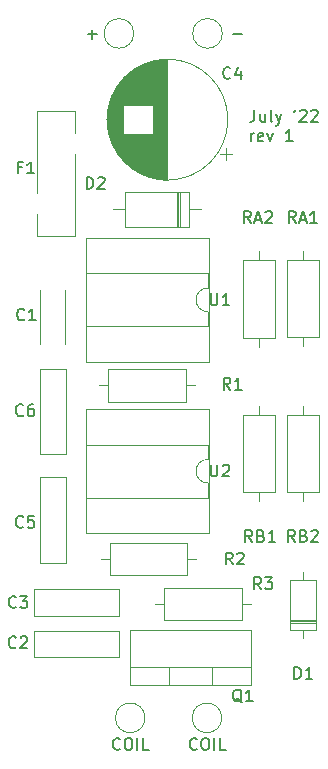
<source format=gbr>
G04 #@! TF.GenerationSoftware,KiCad,Pcbnew,(5.1.5)-3*
G04 #@! TF.CreationDate,2022-07-19T15:35:49+02:00*
G04 #@! TF.ProjectId,Wireless LEDs,57697265-6c65-4737-9320-4c4544732e6b,rev?*
G04 #@! TF.SameCoordinates,Original*
G04 #@! TF.FileFunction,Legend,Top*
G04 #@! TF.FilePolarity,Positive*
%FSLAX46Y46*%
G04 Gerber Fmt 4.6, Leading zero omitted, Abs format (unit mm)*
G04 Created by KiCad (PCBNEW (5.1.5)-3) date 2022-07-19 15:35:49*
%MOMM*%
%LPD*%
G04 APERTURE LIST*
%ADD10C,0.150000*%
%ADD11C,0.120000*%
G04 APERTURE END LIST*
D10*
X48871309Y-25577380D02*
X48871309Y-26291666D01*
X48823690Y-26434523D01*
X48728452Y-26529761D01*
X48585595Y-26577380D01*
X48490357Y-26577380D01*
X49776071Y-25910714D02*
X49776071Y-26577380D01*
X49347500Y-25910714D02*
X49347500Y-26434523D01*
X49395119Y-26529761D01*
X49490357Y-26577380D01*
X49633214Y-26577380D01*
X49728452Y-26529761D01*
X49776071Y-26482142D01*
X50395119Y-26577380D02*
X50299880Y-26529761D01*
X50252261Y-26434523D01*
X50252261Y-25577380D01*
X50680833Y-25910714D02*
X50918928Y-26577380D01*
X51157023Y-25910714D02*
X50918928Y-26577380D01*
X50823690Y-26815476D01*
X50776071Y-26863095D01*
X50680833Y-26910714D01*
X52347500Y-25577380D02*
X52252261Y-25767857D01*
X52728452Y-25672619D02*
X52776071Y-25625000D01*
X52871309Y-25577380D01*
X53109404Y-25577380D01*
X53204642Y-25625000D01*
X53252261Y-25672619D01*
X53299880Y-25767857D01*
X53299880Y-25863095D01*
X53252261Y-26005952D01*
X52680833Y-26577380D01*
X53299880Y-26577380D01*
X53680833Y-25672619D02*
X53728452Y-25625000D01*
X53823690Y-25577380D01*
X54061785Y-25577380D01*
X54157023Y-25625000D01*
X54204642Y-25672619D01*
X54252261Y-25767857D01*
X54252261Y-25863095D01*
X54204642Y-26005952D01*
X53633214Y-26577380D01*
X54252261Y-26577380D01*
X48585595Y-28227380D02*
X48585595Y-27560714D01*
X48585595Y-27751190D02*
X48633214Y-27655952D01*
X48680833Y-27608333D01*
X48776071Y-27560714D01*
X48871309Y-27560714D01*
X49585595Y-28179761D02*
X49490357Y-28227380D01*
X49299880Y-28227380D01*
X49204642Y-28179761D01*
X49157023Y-28084523D01*
X49157023Y-27703571D01*
X49204642Y-27608333D01*
X49299880Y-27560714D01*
X49490357Y-27560714D01*
X49585595Y-27608333D01*
X49633214Y-27703571D01*
X49633214Y-27798809D01*
X49157023Y-27894047D01*
X49966547Y-27560714D02*
X50204642Y-28227380D01*
X50442738Y-27560714D01*
X52109404Y-28227380D02*
X51537976Y-28227380D01*
X51823690Y-28227380D02*
X51823690Y-27227380D01*
X51728452Y-27370238D01*
X51633214Y-27465476D01*
X51537976Y-27513095D01*
D11*
X30500000Y-25650000D02*
X33700000Y-25650000D01*
X30500000Y-36251000D02*
X33700000Y-36251000D01*
X33700000Y-27521000D02*
X33700000Y-25650000D01*
X33700000Y-36251000D02*
X33700000Y-29278000D01*
X30500000Y-32621000D02*
X30500000Y-25650000D01*
X30500000Y-36251000D02*
X30500000Y-34379000D01*
X40480000Y-67400000D02*
X41250000Y-67400000D01*
X48560000Y-67400000D02*
X47790000Y-67400000D01*
X41250000Y-68770000D02*
X47790000Y-68770000D01*
X41250000Y-66030000D02*
X41250000Y-68770000D01*
X47790000Y-66030000D02*
X41250000Y-66030000D01*
X47790000Y-68770000D02*
X47790000Y-66030000D01*
X43920000Y-63600000D02*
X43150000Y-63600000D01*
X35840000Y-63600000D02*
X36610000Y-63600000D01*
X43150000Y-62230000D02*
X36610000Y-62230000D01*
X43150000Y-64970000D02*
X43150000Y-62230000D01*
X36610000Y-64970000D02*
X43150000Y-64970000D01*
X36610000Y-62230000D02*
X36610000Y-64970000D01*
X43820000Y-48900000D02*
X43050000Y-48900000D01*
X35740000Y-48900000D02*
X36510000Y-48900000D01*
X43050000Y-47530000D02*
X36510000Y-47530000D01*
X43050000Y-50270000D02*
X43050000Y-47530000D01*
X36510000Y-50270000D02*
X43050000Y-50270000D01*
X36510000Y-47530000D02*
X36510000Y-50270000D01*
X42560000Y-35470000D02*
X42560000Y-32530000D01*
X42320000Y-35470000D02*
X42320000Y-32530000D01*
X42440000Y-35470000D02*
X42440000Y-32530000D01*
X36880000Y-34000000D02*
X37900000Y-34000000D01*
X44360000Y-34000000D02*
X43340000Y-34000000D01*
X37900000Y-35470000D02*
X43340000Y-35470000D01*
X37900000Y-32530000D02*
X37900000Y-35470000D01*
X43340000Y-32530000D02*
X37900000Y-32530000D01*
X43340000Y-35470000D02*
X43340000Y-32530000D01*
X51880000Y-69010000D02*
X54120000Y-69010000D01*
X51880000Y-68770000D02*
X54120000Y-68770000D01*
X51880000Y-68890000D02*
X54120000Y-68890000D01*
X53000000Y-64720000D02*
X53000000Y-65370000D01*
X53000000Y-70260000D02*
X53000000Y-69610000D01*
X51880000Y-65370000D02*
X51880000Y-69610000D01*
X54120000Y-65370000D02*
X51880000Y-65370000D01*
X54120000Y-69610000D02*
X54120000Y-65370000D01*
X51880000Y-69610000D02*
X54120000Y-69610000D01*
X32855000Y-40830000D02*
X32870000Y-40830000D01*
X30730000Y-40830000D02*
X30745000Y-40830000D01*
X32855000Y-45370000D02*
X32870000Y-45370000D01*
X30730000Y-45370000D02*
X30745000Y-45370000D01*
X32870000Y-45370000D02*
X32870000Y-40830000D01*
X30730000Y-45370000D02*
X30730000Y-40830000D01*
X41609000Y-74270000D02*
X41609000Y-72760000D01*
X45310000Y-74270000D02*
X45310000Y-72760000D01*
X48580000Y-72760000D02*
X38340000Y-72760000D01*
X38340000Y-74270000D02*
X38340000Y-69629000D01*
X48580000Y-74270000D02*
X48580000Y-69629000D01*
X48580000Y-69629000D02*
X38340000Y-69629000D01*
X48580000Y-74270000D02*
X38340000Y-74270000D01*
X44990000Y-61410000D02*
X44990000Y-50910000D01*
X34590000Y-61410000D02*
X44990000Y-61410000D01*
X34590000Y-50910000D02*
X34590000Y-61410000D01*
X44990000Y-50910000D02*
X34590000Y-50910000D01*
X44930000Y-58410000D02*
X44930000Y-57160000D01*
X34650000Y-58410000D02*
X44930000Y-58410000D01*
X34650000Y-53910000D02*
X34650000Y-58410000D01*
X44930000Y-53910000D02*
X34650000Y-53910000D01*
X44930000Y-55160000D02*
X44930000Y-53910000D01*
X44930000Y-57160000D02*
G75*
G02X44930000Y-55160000I0J1000000D01*
G01*
X44990000Y-46910000D02*
X44990000Y-36410000D01*
X34590000Y-46910000D02*
X44990000Y-46910000D01*
X34590000Y-36410000D02*
X34590000Y-46910000D01*
X44990000Y-36410000D02*
X34590000Y-36410000D01*
X44930000Y-43910000D02*
X44930000Y-42660000D01*
X34650000Y-43910000D02*
X44930000Y-43910000D01*
X34650000Y-39410000D02*
X34650000Y-43910000D01*
X44930000Y-39410000D02*
X34650000Y-39410000D01*
X44930000Y-40660000D02*
X44930000Y-39410000D01*
X44930000Y-42660000D02*
G75*
G02X44930000Y-40660000I0J1000000D01*
G01*
X32920000Y-54720000D02*
X30680000Y-54720000D01*
X32920000Y-47480000D02*
X30680000Y-47480000D01*
X30680000Y-47480000D02*
X30680000Y-54720000D01*
X32920000Y-47480000D02*
X32920000Y-54720000D01*
X32920000Y-63920000D02*
X30680000Y-63920000D01*
X32920000Y-56680000D02*
X30680000Y-56680000D01*
X30680000Y-56680000D02*
X30680000Y-63920000D01*
X32920000Y-56680000D02*
X32920000Y-63920000D01*
X49250000Y-58720000D02*
X49250000Y-57950000D01*
X49250000Y-50640000D02*
X49250000Y-51410000D01*
X50620000Y-57950000D02*
X50620000Y-51410000D01*
X47880000Y-57950000D02*
X50620000Y-57950000D01*
X47880000Y-51410000D02*
X47880000Y-57950000D01*
X50620000Y-51410000D02*
X47880000Y-51410000D01*
X53000000Y-50630000D02*
X53000000Y-51400000D01*
X53000000Y-58710000D02*
X53000000Y-57940000D01*
X51630000Y-51400000D02*
X51630000Y-57940000D01*
X54370000Y-51400000D02*
X51630000Y-51400000D01*
X54370000Y-57940000D02*
X54370000Y-51400000D01*
X51630000Y-57940000D02*
X54370000Y-57940000D01*
X49250000Y-45620000D02*
X49250000Y-44850000D01*
X49250000Y-37540000D02*
X49250000Y-38310000D01*
X50620000Y-44850000D02*
X50620000Y-38310000D01*
X47880000Y-44850000D02*
X50620000Y-44850000D01*
X47880000Y-38310000D02*
X47880000Y-44850000D01*
X50620000Y-38310000D02*
X47880000Y-38310000D01*
X53000000Y-37480000D02*
X53000000Y-38250000D01*
X53000000Y-45560000D02*
X53000000Y-44790000D01*
X51630000Y-38250000D02*
X51630000Y-44790000D01*
X54370000Y-38250000D02*
X51630000Y-38250000D01*
X54370000Y-44790000D02*
X54370000Y-38250000D01*
X51630000Y-44790000D02*
X54370000Y-44790000D01*
X46101000Y-77050000D02*
G75*
G03X46101000Y-77050000I-1251000J0D01*
G01*
X39601000Y-77050000D02*
G75*
G03X39601000Y-77050000I-1251000J0D01*
G01*
X46151000Y-19100000D02*
G75*
G03X46151000Y-19100000I-1251000J0D01*
G01*
X38651000Y-19100000D02*
G75*
G03X38651000Y-19100000I-1251000J0D01*
G01*
X37420000Y-69680000D02*
X37420000Y-71920000D01*
X30180000Y-69680000D02*
X30180000Y-71920000D01*
X30180000Y-71920000D02*
X37420000Y-71920000D01*
X30180000Y-69680000D02*
X37420000Y-69680000D01*
X37420000Y-66180000D02*
X37420000Y-68420000D01*
X30180000Y-66180000D02*
X30180000Y-68420000D01*
X30180000Y-68420000D02*
X37420000Y-68420000D01*
X30180000Y-66180000D02*
X37420000Y-66180000D01*
X46479646Y-29775000D02*
X46479646Y-28775000D01*
X46979646Y-29275000D02*
X45979646Y-29275000D01*
X36419000Y-26999000D02*
X36419000Y-25801000D01*
X36459000Y-27262000D02*
X36459000Y-25538000D01*
X36499000Y-27462000D02*
X36499000Y-25338000D01*
X36539000Y-27630000D02*
X36539000Y-25170000D01*
X36579000Y-27778000D02*
X36579000Y-25022000D01*
X36619000Y-27910000D02*
X36619000Y-24890000D01*
X36659000Y-28030000D02*
X36659000Y-24770000D01*
X36699000Y-28142000D02*
X36699000Y-24658000D01*
X36739000Y-28246000D02*
X36739000Y-24554000D01*
X36779000Y-28344000D02*
X36779000Y-24456000D01*
X36819000Y-28437000D02*
X36819000Y-24363000D01*
X36859000Y-28525000D02*
X36859000Y-24275000D01*
X36899000Y-28609000D02*
X36899000Y-24191000D01*
X36939000Y-28689000D02*
X36939000Y-24111000D01*
X36979000Y-28765000D02*
X36979000Y-24035000D01*
X37019000Y-28839000D02*
X37019000Y-23961000D01*
X37059000Y-28910000D02*
X37059000Y-23890000D01*
X37099000Y-28979000D02*
X37099000Y-23821000D01*
X37139000Y-29045000D02*
X37139000Y-23755000D01*
X37179000Y-29109000D02*
X37179000Y-23691000D01*
X37219000Y-29170000D02*
X37219000Y-23630000D01*
X37259000Y-29230000D02*
X37259000Y-23570000D01*
X37299000Y-29289000D02*
X37299000Y-23511000D01*
X37339000Y-29345000D02*
X37339000Y-23455000D01*
X37379000Y-29400000D02*
X37379000Y-23400000D01*
X37419000Y-29454000D02*
X37419000Y-23346000D01*
X37459000Y-29506000D02*
X37459000Y-23294000D01*
X37499000Y-29556000D02*
X37499000Y-23244000D01*
X37539000Y-29606000D02*
X37539000Y-23194000D01*
X37579000Y-29654000D02*
X37579000Y-23146000D01*
X37619000Y-29701000D02*
X37619000Y-23099000D01*
X37659000Y-29747000D02*
X37659000Y-23053000D01*
X37699000Y-29792000D02*
X37699000Y-23008000D01*
X37739000Y-29836000D02*
X37739000Y-22964000D01*
X37779000Y-25159000D02*
X37779000Y-22922000D01*
X37779000Y-29878000D02*
X37779000Y-27641000D01*
X37819000Y-25159000D02*
X37819000Y-22880000D01*
X37819000Y-29920000D02*
X37819000Y-27641000D01*
X37859000Y-25159000D02*
X37859000Y-22839000D01*
X37859000Y-29961000D02*
X37859000Y-27641000D01*
X37899000Y-25159000D02*
X37899000Y-22799000D01*
X37899000Y-30001000D02*
X37899000Y-27641000D01*
X37939000Y-25159000D02*
X37939000Y-22760000D01*
X37939000Y-30040000D02*
X37939000Y-27641000D01*
X37979000Y-25159000D02*
X37979000Y-22721000D01*
X37979000Y-30079000D02*
X37979000Y-27641000D01*
X38019000Y-25159000D02*
X38019000Y-22684000D01*
X38019000Y-30116000D02*
X38019000Y-27641000D01*
X38059000Y-25159000D02*
X38059000Y-22647000D01*
X38059000Y-30153000D02*
X38059000Y-27641000D01*
X38099000Y-25159000D02*
X38099000Y-22611000D01*
X38099000Y-30189000D02*
X38099000Y-27641000D01*
X38139000Y-25159000D02*
X38139000Y-22576000D01*
X38139000Y-30224000D02*
X38139000Y-27641000D01*
X38179000Y-25159000D02*
X38179000Y-22542000D01*
X38179000Y-30258000D02*
X38179000Y-27641000D01*
X38219000Y-25159000D02*
X38219000Y-22508000D01*
X38219000Y-30292000D02*
X38219000Y-27641000D01*
X38259000Y-25159000D02*
X38259000Y-22475000D01*
X38259000Y-30325000D02*
X38259000Y-27641000D01*
X38299000Y-25159000D02*
X38299000Y-22443000D01*
X38299000Y-30357000D02*
X38299000Y-27641000D01*
X38339000Y-25159000D02*
X38339000Y-22411000D01*
X38339000Y-30389000D02*
X38339000Y-27641000D01*
X38379000Y-25159000D02*
X38379000Y-22380000D01*
X38379000Y-30420000D02*
X38379000Y-27641000D01*
X38419000Y-25159000D02*
X38419000Y-22350000D01*
X38419000Y-30450000D02*
X38419000Y-27641000D01*
X38459000Y-25159000D02*
X38459000Y-22320000D01*
X38459000Y-30480000D02*
X38459000Y-27641000D01*
X38499000Y-25159000D02*
X38499000Y-22290000D01*
X38499000Y-30510000D02*
X38499000Y-27641000D01*
X38539000Y-25159000D02*
X38539000Y-22262000D01*
X38539000Y-30538000D02*
X38539000Y-27641000D01*
X38579000Y-25159000D02*
X38579000Y-22234000D01*
X38579000Y-30566000D02*
X38579000Y-27641000D01*
X38619000Y-25159000D02*
X38619000Y-22206000D01*
X38619000Y-30594000D02*
X38619000Y-27641000D01*
X38659000Y-25159000D02*
X38659000Y-22179000D01*
X38659000Y-30621000D02*
X38659000Y-27641000D01*
X38699000Y-25159000D02*
X38699000Y-22153000D01*
X38699000Y-30647000D02*
X38699000Y-27641000D01*
X38739000Y-25159000D02*
X38739000Y-22127000D01*
X38739000Y-30673000D02*
X38739000Y-27641000D01*
X38779000Y-25159000D02*
X38779000Y-22102000D01*
X38779000Y-30698000D02*
X38779000Y-27641000D01*
X38819000Y-25159000D02*
X38819000Y-22077000D01*
X38819000Y-30723000D02*
X38819000Y-27641000D01*
X38859000Y-25159000D02*
X38859000Y-22053000D01*
X38859000Y-30747000D02*
X38859000Y-27641000D01*
X38899000Y-25159000D02*
X38899000Y-22029000D01*
X38899000Y-30771000D02*
X38899000Y-27641000D01*
X38939000Y-25159000D02*
X38939000Y-22005000D01*
X38939000Y-30795000D02*
X38939000Y-27641000D01*
X38979000Y-25159000D02*
X38979000Y-21983000D01*
X38979000Y-30817000D02*
X38979000Y-27641000D01*
X39019000Y-25159000D02*
X39019000Y-21960000D01*
X39019000Y-30840000D02*
X39019000Y-27641000D01*
X39059000Y-25159000D02*
X39059000Y-21938000D01*
X39059000Y-30862000D02*
X39059000Y-27641000D01*
X39099000Y-25159000D02*
X39099000Y-21917000D01*
X39099000Y-30883000D02*
X39099000Y-27641000D01*
X39139000Y-25159000D02*
X39139000Y-21896000D01*
X39139000Y-30904000D02*
X39139000Y-27641000D01*
X39179000Y-25159000D02*
X39179000Y-21875000D01*
X39179000Y-30925000D02*
X39179000Y-27641000D01*
X39219000Y-25159000D02*
X39219000Y-21855000D01*
X39219000Y-30945000D02*
X39219000Y-27641000D01*
X39259000Y-25159000D02*
X39259000Y-21836000D01*
X39259000Y-30964000D02*
X39259000Y-27641000D01*
X39299000Y-25159000D02*
X39299000Y-21816000D01*
X39299000Y-30984000D02*
X39299000Y-27641000D01*
X39339000Y-25159000D02*
X39339000Y-21797000D01*
X39339000Y-31003000D02*
X39339000Y-27641000D01*
X39379000Y-25159000D02*
X39379000Y-21779000D01*
X39379000Y-31021000D02*
X39379000Y-27641000D01*
X39419000Y-25159000D02*
X39419000Y-21761000D01*
X39419000Y-31039000D02*
X39419000Y-27641000D01*
X39459000Y-25159000D02*
X39459000Y-21743000D01*
X39459000Y-31057000D02*
X39459000Y-27641000D01*
X39499000Y-25159000D02*
X39499000Y-21726000D01*
X39499000Y-31074000D02*
X39499000Y-27641000D01*
X39539000Y-25159000D02*
X39539000Y-21710000D01*
X39539000Y-31090000D02*
X39539000Y-27641000D01*
X39579000Y-25159000D02*
X39579000Y-21693000D01*
X39579000Y-31107000D02*
X39579000Y-27641000D01*
X39619000Y-25159000D02*
X39619000Y-21677000D01*
X39619000Y-31123000D02*
X39619000Y-27641000D01*
X39659000Y-25159000D02*
X39659000Y-21662000D01*
X39659000Y-31138000D02*
X39659000Y-27641000D01*
X39699000Y-25159000D02*
X39699000Y-21646000D01*
X39699000Y-31154000D02*
X39699000Y-27641000D01*
X39739000Y-25159000D02*
X39739000Y-21632000D01*
X39739000Y-31168000D02*
X39739000Y-27641000D01*
X39779000Y-25159000D02*
X39779000Y-21617000D01*
X39779000Y-31183000D02*
X39779000Y-27641000D01*
X39819000Y-25159000D02*
X39819000Y-21603000D01*
X39819000Y-31197000D02*
X39819000Y-27641000D01*
X39859000Y-25159000D02*
X39859000Y-21589000D01*
X39859000Y-31211000D02*
X39859000Y-27641000D01*
X39899000Y-25159000D02*
X39899000Y-21576000D01*
X39899000Y-31224000D02*
X39899000Y-27641000D01*
X39939000Y-25159000D02*
X39939000Y-21563000D01*
X39939000Y-31237000D02*
X39939000Y-27641000D01*
X39979000Y-25159000D02*
X39979000Y-21550000D01*
X39979000Y-31250000D02*
X39979000Y-27641000D01*
X40019000Y-25159000D02*
X40019000Y-21538000D01*
X40019000Y-31262000D02*
X40019000Y-27641000D01*
X40059000Y-25159000D02*
X40059000Y-21526000D01*
X40059000Y-31274000D02*
X40059000Y-27641000D01*
X40099000Y-25159000D02*
X40099000Y-21515000D01*
X40099000Y-31285000D02*
X40099000Y-27641000D01*
X40139000Y-25159000D02*
X40139000Y-21503000D01*
X40139000Y-31297000D02*
X40139000Y-27641000D01*
X40179000Y-25159000D02*
X40179000Y-21493000D01*
X40179000Y-31307000D02*
X40179000Y-27641000D01*
X40219000Y-25159000D02*
X40219000Y-21482000D01*
X40219000Y-31318000D02*
X40219000Y-27641000D01*
X40259000Y-31328000D02*
X40259000Y-21472000D01*
X40299000Y-31338000D02*
X40299000Y-21462000D01*
X40339000Y-31347000D02*
X40339000Y-21453000D01*
X40379000Y-31356000D02*
X40379000Y-21444000D01*
X40419000Y-31365000D02*
X40419000Y-21435000D01*
X40459000Y-31374000D02*
X40459000Y-21426000D01*
X40499000Y-31382000D02*
X40499000Y-21418000D01*
X40539000Y-31390000D02*
X40539000Y-21410000D01*
X40579000Y-31397000D02*
X40579000Y-21403000D01*
X40619000Y-31404000D02*
X40619000Y-21396000D01*
X40659000Y-31411000D02*
X40659000Y-21389000D01*
X40699000Y-31418000D02*
X40699000Y-21382000D01*
X40739000Y-31424000D02*
X40739000Y-21376000D01*
X40779000Y-31430000D02*
X40779000Y-21370000D01*
X40820000Y-31435000D02*
X40820000Y-21365000D01*
X40860000Y-31440000D02*
X40860000Y-21360000D01*
X40900000Y-31445000D02*
X40900000Y-21355000D01*
X40940000Y-31450000D02*
X40940000Y-21350000D01*
X40980000Y-31454000D02*
X40980000Y-21346000D01*
X41020000Y-31458000D02*
X41020000Y-21342000D01*
X41060000Y-31462000D02*
X41060000Y-21338000D01*
X41100000Y-31465000D02*
X41100000Y-21335000D01*
X41140000Y-31468000D02*
X41140000Y-21332000D01*
X41180000Y-31470000D02*
X41180000Y-21330000D01*
X41220000Y-31473000D02*
X41220000Y-21327000D01*
X41260000Y-31475000D02*
X41260000Y-21325000D01*
X41300000Y-31477000D02*
X41300000Y-21323000D01*
X41340000Y-31478000D02*
X41340000Y-21322000D01*
X41380000Y-31479000D02*
X41380000Y-21321000D01*
X41420000Y-31480000D02*
X41420000Y-21320000D01*
X41460000Y-31480000D02*
X41460000Y-21320000D01*
X41500000Y-31480000D02*
X41500000Y-21320000D01*
X46620000Y-26400000D02*
G75*
G03X46620000Y-26400000I-5120000J0D01*
G01*
D10*
X29166666Y-30428571D02*
X28833333Y-30428571D01*
X28833333Y-30952380D02*
X28833333Y-29952380D01*
X29309523Y-29952380D01*
X30214285Y-30952380D02*
X29642857Y-30952380D01*
X29928571Y-30952380D02*
X29928571Y-29952380D01*
X29833333Y-30095238D01*
X29738095Y-30190476D01*
X29642857Y-30238095D01*
X49433333Y-66152380D02*
X49100000Y-65676190D01*
X48861904Y-66152380D02*
X48861904Y-65152380D01*
X49242857Y-65152380D01*
X49338095Y-65200000D01*
X49385714Y-65247619D01*
X49433333Y-65342857D01*
X49433333Y-65485714D01*
X49385714Y-65580952D01*
X49338095Y-65628571D01*
X49242857Y-65676190D01*
X48861904Y-65676190D01*
X49766666Y-65152380D02*
X50385714Y-65152380D01*
X50052380Y-65533333D01*
X50195238Y-65533333D01*
X50290476Y-65580952D01*
X50338095Y-65628571D01*
X50385714Y-65723809D01*
X50385714Y-65961904D01*
X50338095Y-66057142D01*
X50290476Y-66104761D01*
X50195238Y-66152380D01*
X49909523Y-66152380D01*
X49814285Y-66104761D01*
X49766666Y-66057142D01*
X47033333Y-64052380D02*
X46700000Y-63576190D01*
X46461904Y-64052380D02*
X46461904Y-63052380D01*
X46842857Y-63052380D01*
X46938095Y-63100000D01*
X46985714Y-63147619D01*
X47033333Y-63242857D01*
X47033333Y-63385714D01*
X46985714Y-63480952D01*
X46938095Y-63528571D01*
X46842857Y-63576190D01*
X46461904Y-63576190D01*
X47414285Y-63147619D02*
X47461904Y-63100000D01*
X47557142Y-63052380D01*
X47795238Y-63052380D01*
X47890476Y-63100000D01*
X47938095Y-63147619D01*
X47985714Y-63242857D01*
X47985714Y-63338095D01*
X47938095Y-63480952D01*
X47366666Y-64052380D01*
X47985714Y-64052380D01*
X46833333Y-49252380D02*
X46500000Y-48776190D01*
X46261904Y-49252380D02*
X46261904Y-48252380D01*
X46642857Y-48252380D01*
X46738095Y-48300000D01*
X46785714Y-48347619D01*
X46833333Y-48442857D01*
X46833333Y-48585714D01*
X46785714Y-48680952D01*
X46738095Y-48728571D01*
X46642857Y-48776190D01*
X46261904Y-48776190D01*
X47785714Y-49252380D02*
X47214285Y-49252380D01*
X47500000Y-49252380D02*
X47500000Y-48252380D01*
X47404761Y-48395238D01*
X47309523Y-48490476D01*
X47214285Y-48538095D01*
X34661904Y-32252380D02*
X34661904Y-31252380D01*
X34900000Y-31252380D01*
X35042857Y-31300000D01*
X35138095Y-31395238D01*
X35185714Y-31490476D01*
X35233333Y-31680952D01*
X35233333Y-31823809D01*
X35185714Y-32014285D01*
X35138095Y-32109523D01*
X35042857Y-32204761D01*
X34900000Y-32252380D01*
X34661904Y-32252380D01*
X35614285Y-31347619D02*
X35661904Y-31300000D01*
X35757142Y-31252380D01*
X35995238Y-31252380D01*
X36090476Y-31300000D01*
X36138095Y-31347619D01*
X36185714Y-31442857D01*
X36185714Y-31538095D01*
X36138095Y-31680952D01*
X35566666Y-32252380D01*
X36185714Y-32252380D01*
X52261904Y-73752380D02*
X52261904Y-72752380D01*
X52500000Y-72752380D01*
X52642857Y-72800000D01*
X52738095Y-72895238D01*
X52785714Y-72990476D01*
X52833333Y-73180952D01*
X52833333Y-73323809D01*
X52785714Y-73514285D01*
X52738095Y-73609523D01*
X52642857Y-73704761D01*
X52500000Y-73752380D01*
X52261904Y-73752380D01*
X53785714Y-73752380D02*
X53214285Y-73752380D01*
X53500000Y-73752380D02*
X53500000Y-72752380D01*
X53404761Y-72895238D01*
X53309523Y-72990476D01*
X53214285Y-73038095D01*
X29383333Y-43307142D02*
X29335714Y-43354761D01*
X29192857Y-43402380D01*
X29097619Y-43402380D01*
X28954761Y-43354761D01*
X28859523Y-43259523D01*
X28811904Y-43164285D01*
X28764285Y-42973809D01*
X28764285Y-42830952D01*
X28811904Y-42640476D01*
X28859523Y-42545238D01*
X28954761Y-42450000D01*
X29097619Y-42402380D01*
X29192857Y-42402380D01*
X29335714Y-42450000D01*
X29383333Y-42497619D01*
X30335714Y-43402380D02*
X29764285Y-43402380D01*
X30050000Y-43402380D02*
X30050000Y-42402380D01*
X29954761Y-42545238D01*
X29859523Y-42640476D01*
X29764285Y-42688095D01*
X47804761Y-75747619D02*
X47709523Y-75700000D01*
X47614285Y-75604761D01*
X47471428Y-75461904D01*
X47376190Y-75414285D01*
X47280952Y-75414285D01*
X47328571Y-75652380D02*
X47233333Y-75604761D01*
X47138095Y-75509523D01*
X47090476Y-75319047D01*
X47090476Y-74985714D01*
X47138095Y-74795238D01*
X47233333Y-74700000D01*
X47328571Y-74652380D01*
X47519047Y-74652380D01*
X47614285Y-74700000D01*
X47709523Y-74795238D01*
X47757142Y-74985714D01*
X47757142Y-75319047D01*
X47709523Y-75509523D01*
X47614285Y-75604761D01*
X47519047Y-75652380D01*
X47328571Y-75652380D01*
X48709523Y-75652380D02*
X48138095Y-75652380D01*
X48423809Y-75652380D02*
X48423809Y-74652380D01*
X48328571Y-74795238D01*
X48233333Y-74890476D01*
X48138095Y-74938095D01*
X45168095Y-55612380D02*
X45168095Y-56421904D01*
X45215714Y-56517142D01*
X45263333Y-56564761D01*
X45358571Y-56612380D01*
X45549047Y-56612380D01*
X45644285Y-56564761D01*
X45691904Y-56517142D01*
X45739523Y-56421904D01*
X45739523Y-55612380D01*
X46168095Y-55707619D02*
X46215714Y-55660000D01*
X46310952Y-55612380D01*
X46549047Y-55612380D01*
X46644285Y-55660000D01*
X46691904Y-55707619D01*
X46739523Y-55802857D01*
X46739523Y-55898095D01*
X46691904Y-56040952D01*
X46120476Y-56612380D01*
X46739523Y-56612380D01*
X45168095Y-41112380D02*
X45168095Y-41921904D01*
X45215714Y-42017142D01*
X45263333Y-42064761D01*
X45358571Y-42112380D01*
X45549047Y-42112380D01*
X45644285Y-42064761D01*
X45691904Y-42017142D01*
X45739523Y-41921904D01*
X45739523Y-41112380D01*
X46739523Y-42112380D02*
X46168095Y-42112380D01*
X46453809Y-42112380D02*
X46453809Y-41112380D01*
X46358571Y-41255238D01*
X46263333Y-41350476D01*
X46168095Y-41398095D01*
X29283333Y-51407142D02*
X29235714Y-51454761D01*
X29092857Y-51502380D01*
X28997619Y-51502380D01*
X28854761Y-51454761D01*
X28759523Y-51359523D01*
X28711904Y-51264285D01*
X28664285Y-51073809D01*
X28664285Y-50930952D01*
X28711904Y-50740476D01*
X28759523Y-50645238D01*
X28854761Y-50550000D01*
X28997619Y-50502380D01*
X29092857Y-50502380D01*
X29235714Y-50550000D01*
X29283333Y-50597619D01*
X30140476Y-50502380D02*
X29950000Y-50502380D01*
X29854761Y-50550000D01*
X29807142Y-50597619D01*
X29711904Y-50740476D01*
X29664285Y-50930952D01*
X29664285Y-51311904D01*
X29711904Y-51407142D01*
X29759523Y-51454761D01*
X29854761Y-51502380D01*
X30045238Y-51502380D01*
X30140476Y-51454761D01*
X30188095Y-51407142D01*
X30235714Y-51311904D01*
X30235714Y-51073809D01*
X30188095Y-50978571D01*
X30140476Y-50930952D01*
X30045238Y-50883333D01*
X29854761Y-50883333D01*
X29759523Y-50930952D01*
X29711904Y-50978571D01*
X29664285Y-51073809D01*
X29283333Y-60857142D02*
X29235714Y-60904761D01*
X29092857Y-60952380D01*
X28997619Y-60952380D01*
X28854761Y-60904761D01*
X28759523Y-60809523D01*
X28711904Y-60714285D01*
X28664285Y-60523809D01*
X28664285Y-60380952D01*
X28711904Y-60190476D01*
X28759523Y-60095238D01*
X28854761Y-60000000D01*
X28997619Y-59952380D01*
X29092857Y-59952380D01*
X29235714Y-60000000D01*
X29283333Y-60047619D01*
X30188095Y-59952380D02*
X29711904Y-59952380D01*
X29664285Y-60428571D01*
X29711904Y-60380952D01*
X29807142Y-60333333D01*
X30045238Y-60333333D01*
X30140476Y-60380952D01*
X30188095Y-60428571D01*
X30235714Y-60523809D01*
X30235714Y-60761904D01*
X30188095Y-60857142D01*
X30140476Y-60904761D01*
X30045238Y-60952380D01*
X29807142Y-60952380D01*
X29711904Y-60904761D01*
X29664285Y-60857142D01*
X52283333Y-62152380D02*
X51950000Y-61676190D01*
X51711904Y-62152380D02*
X51711904Y-61152380D01*
X52092857Y-61152380D01*
X52188095Y-61200000D01*
X52235714Y-61247619D01*
X52283333Y-61342857D01*
X52283333Y-61485714D01*
X52235714Y-61580952D01*
X52188095Y-61628571D01*
X52092857Y-61676190D01*
X51711904Y-61676190D01*
X53045238Y-61628571D02*
X53188095Y-61676190D01*
X53235714Y-61723809D01*
X53283333Y-61819047D01*
X53283333Y-61961904D01*
X53235714Y-62057142D01*
X53188095Y-62104761D01*
X53092857Y-62152380D01*
X52711904Y-62152380D01*
X52711904Y-61152380D01*
X53045238Y-61152380D01*
X53140476Y-61200000D01*
X53188095Y-61247619D01*
X53235714Y-61342857D01*
X53235714Y-61438095D01*
X53188095Y-61533333D01*
X53140476Y-61580952D01*
X53045238Y-61628571D01*
X52711904Y-61628571D01*
X53664285Y-61247619D02*
X53711904Y-61200000D01*
X53807142Y-61152380D01*
X54045238Y-61152380D01*
X54140476Y-61200000D01*
X54188095Y-61247619D01*
X54235714Y-61342857D01*
X54235714Y-61438095D01*
X54188095Y-61580952D01*
X53616666Y-62152380D01*
X54235714Y-62152380D01*
X48683333Y-62152380D02*
X48350000Y-61676190D01*
X48111904Y-62152380D02*
X48111904Y-61152380D01*
X48492857Y-61152380D01*
X48588095Y-61200000D01*
X48635714Y-61247619D01*
X48683333Y-61342857D01*
X48683333Y-61485714D01*
X48635714Y-61580952D01*
X48588095Y-61628571D01*
X48492857Y-61676190D01*
X48111904Y-61676190D01*
X49445238Y-61628571D02*
X49588095Y-61676190D01*
X49635714Y-61723809D01*
X49683333Y-61819047D01*
X49683333Y-61961904D01*
X49635714Y-62057142D01*
X49588095Y-62104761D01*
X49492857Y-62152380D01*
X49111904Y-62152380D01*
X49111904Y-61152380D01*
X49445238Y-61152380D01*
X49540476Y-61200000D01*
X49588095Y-61247619D01*
X49635714Y-61342857D01*
X49635714Y-61438095D01*
X49588095Y-61533333D01*
X49540476Y-61580952D01*
X49445238Y-61628571D01*
X49111904Y-61628571D01*
X50635714Y-62152380D02*
X50064285Y-62152380D01*
X50350000Y-62152380D02*
X50350000Y-61152380D01*
X50254761Y-61295238D01*
X50159523Y-61390476D01*
X50064285Y-61438095D01*
X48554761Y-35152380D02*
X48221428Y-34676190D01*
X47983333Y-35152380D02*
X47983333Y-34152380D01*
X48364285Y-34152380D01*
X48459523Y-34200000D01*
X48507142Y-34247619D01*
X48554761Y-34342857D01*
X48554761Y-34485714D01*
X48507142Y-34580952D01*
X48459523Y-34628571D01*
X48364285Y-34676190D01*
X47983333Y-34676190D01*
X48935714Y-34866666D02*
X49411904Y-34866666D01*
X48840476Y-35152380D02*
X49173809Y-34152380D01*
X49507142Y-35152380D01*
X49792857Y-34247619D02*
X49840476Y-34200000D01*
X49935714Y-34152380D01*
X50173809Y-34152380D01*
X50269047Y-34200000D01*
X50316666Y-34247619D01*
X50364285Y-34342857D01*
X50364285Y-34438095D01*
X50316666Y-34580952D01*
X49745238Y-35152380D01*
X50364285Y-35152380D01*
X52354761Y-35152380D02*
X52021428Y-34676190D01*
X51783333Y-35152380D02*
X51783333Y-34152380D01*
X52164285Y-34152380D01*
X52259523Y-34200000D01*
X52307142Y-34247619D01*
X52354761Y-34342857D01*
X52354761Y-34485714D01*
X52307142Y-34580952D01*
X52259523Y-34628571D01*
X52164285Y-34676190D01*
X51783333Y-34676190D01*
X52735714Y-34866666D02*
X53211904Y-34866666D01*
X52640476Y-35152380D02*
X52973809Y-34152380D01*
X53307142Y-35152380D01*
X54164285Y-35152380D02*
X53592857Y-35152380D01*
X53878571Y-35152380D02*
X53878571Y-34152380D01*
X53783333Y-34295238D01*
X53688095Y-34390476D01*
X53592857Y-34438095D01*
X43992857Y-79657142D02*
X43945238Y-79704761D01*
X43802380Y-79752380D01*
X43707142Y-79752380D01*
X43564285Y-79704761D01*
X43469047Y-79609523D01*
X43421428Y-79514285D01*
X43373809Y-79323809D01*
X43373809Y-79180952D01*
X43421428Y-78990476D01*
X43469047Y-78895238D01*
X43564285Y-78800000D01*
X43707142Y-78752380D01*
X43802380Y-78752380D01*
X43945238Y-78800000D01*
X43992857Y-78847619D01*
X44611904Y-78752380D02*
X44802380Y-78752380D01*
X44897619Y-78800000D01*
X44992857Y-78895238D01*
X45040476Y-79085714D01*
X45040476Y-79419047D01*
X44992857Y-79609523D01*
X44897619Y-79704761D01*
X44802380Y-79752380D01*
X44611904Y-79752380D01*
X44516666Y-79704761D01*
X44421428Y-79609523D01*
X44373809Y-79419047D01*
X44373809Y-79085714D01*
X44421428Y-78895238D01*
X44516666Y-78800000D01*
X44611904Y-78752380D01*
X45469047Y-79752380D02*
X45469047Y-78752380D01*
X46421428Y-79752380D02*
X45945238Y-79752380D01*
X45945238Y-78752380D01*
X37492857Y-79657142D02*
X37445238Y-79704761D01*
X37302380Y-79752380D01*
X37207142Y-79752380D01*
X37064285Y-79704761D01*
X36969047Y-79609523D01*
X36921428Y-79514285D01*
X36873809Y-79323809D01*
X36873809Y-79180952D01*
X36921428Y-78990476D01*
X36969047Y-78895238D01*
X37064285Y-78800000D01*
X37207142Y-78752380D01*
X37302380Y-78752380D01*
X37445238Y-78800000D01*
X37492857Y-78847619D01*
X38111904Y-78752380D02*
X38302380Y-78752380D01*
X38397619Y-78800000D01*
X38492857Y-78895238D01*
X38540476Y-79085714D01*
X38540476Y-79419047D01*
X38492857Y-79609523D01*
X38397619Y-79704761D01*
X38302380Y-79752380D01*
X38111904Y-79752380D01*
X38016666Y-79704761D01*
X37921428Y-79609523D01*
X37873809Y-79419047D01*
X37873809Y-79085714D01*
X37921428Y-78895238D01*
X38016666Y-78800000D01*
X38111904Y-78752380D01*
X38969047Y-79752380D02*
X38969047Y-78752380D01*
X39921428Y-79752380D02*
X39445238Y-79752380D01*
X39445238Y-78752380D01*
X47019047Y-19171428D02*
X47780952Y-19171428D01*
X34769047Y-19171428D02*
X35530952Y-19171428D01*
X35150000Y-19552380D02*
X35150000Y-18790476D01*
X28683333Y-71057142D02*
X28635714Y-71104761D01*
X28492857Y-71152380D01*
X28397619Y-71152380D01*
X28254761Y-71104761D01*
X28159523Y-71009523D01*
X28111904Y-70914285D01*
X28064285Y-70723809D01*
X28064285Y-70580952D01*
X28111904Y-70390476D01*
X28159523Y-70295238D01*
X28254761Y-70200000D01*
X28397619Y-70152380D01*
X28492857Y-70152380D01*
X28635714Y-70200000D01*
X28683333Y-70247619D01*
X29064285Y-70247619D02*
X29111904Y-70200000D01*
X29207142Y-70152380D01*
X29445238Y-70152380D01*
X29540476Y-70200000D01*
X29588095Y-70247619D01*
X29635714Y-70342857D01*
X29635714Y-70438095D01*
X29588095Y-70580952D01*
X29016666Y-71152380D01*
X29635714Y-71152380D01*
X28683333Y-67657142D02*
X28635714Y-67704761D01*
X28492857Y-67752380D01*
X28397619Y-67752380D01*
X28254761Y-67704761D01*
X28159523Y-67609523D01*
X28111904Y-67514285D01*
X28064285Y-67323809D01*
X28064285Y-67180952D01*
X28111904Y-66990476D01*
X28159523Y-66895238D01*
X28254761Y-66800000D01*
X28397619Y-66752380D01*
X28492857Y-66752380D01*
X28635714Y-66800000D01*
X28683333Y-66847619D01*
X29016666Y-66752380D02*
X29635714Y-66752380D01*
X29302380Y-67133333D01*
X29445238Y-67133333D01*
X29540476Y-67180952D01*
X29588095Y-67228571D01*
X29635714Y-67323809D01*
X29635714Y-67561904D01*
X29588095Y-67657142D01*
X29540476Y-67704761D01*
X29445238Y-67752380D01*
X29159523Y-67752380D01*
X29064285Y-67704761D01*
X29016666Y-67657142D01*
X46833333Y-22857142D02*
X46785714Y-22904761D01*
X46642857Y-22952380D01*
X46547619Y-22952380D01*
X46404761Y-22904761D01*
X46309523Y-22809523D01*
X46261904Y-22714285D01*
X46214285Y-22523809D01*
X46214285Y-22380952D01*
X46261904Y-22190476D01*
X46309523Y-22095238D01*
X46404761Y-22000000D01*
X46547619Y-21952380D01*
X46642857Y-21952380D01*
X46785714Y-22000000D01*
X46833333Y-22047619D01*
X47690476Y-22285714D02*
X47690476Y-22952380D01*
X47452380Y-21904761D02*
X47214285Y-22619047D01*
X47833333Y-22619047D01*
M02*

</source>
